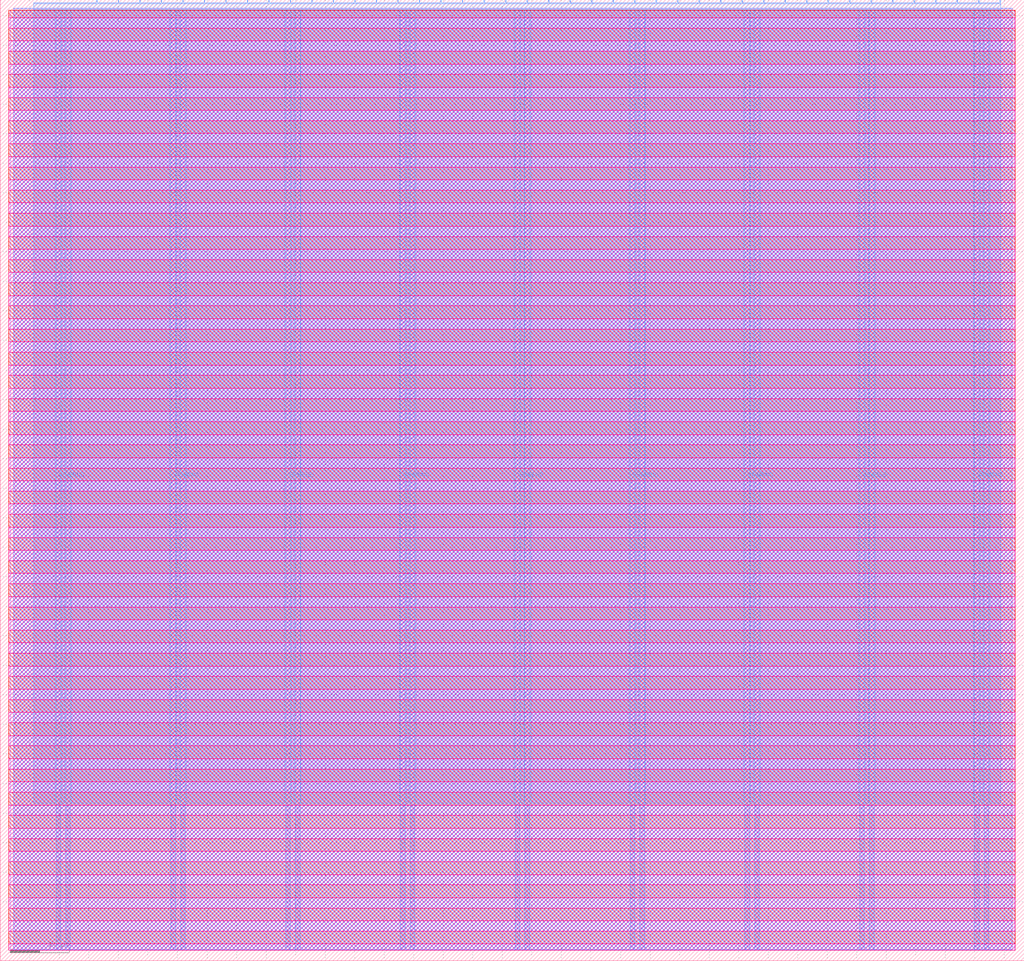
<source format=lef>
VERSION 5.7 ;
  NOWIREEXTENSIONATPIN ON ;
  DIVIDERCHAR "/" ;
  BUSBITCHARS "[]" ;
MACRO tt_um_htfab_rotfpga2
  CLASS BLOCK ;
  FOREIGN tt_um_htfab_rotfpga2 ;
  ORIGIN 0.000 0.000 ;
  SIZE 346.640 BY 325.360 ;
  PIN VGND
    DIRECTION INOUT ;
    USE GROUND ;
    PORT
      LAYER Metal4 ;
        RECT 22.180 3.620 23.780 321.740 ;
    END
    PORT
      LAYER Metal4 ;
        RECT 61.050 3.620 62.650 321.740 ;
    END
    PORT
      LAYER Metal4 ;
        RECT 99.920 3.620 101.520 321.740 ;
    END
    PORT
      LAYER Metal4 ;
        RECT 138.790 3.620 140.390 321.740 ;
    END
    PORT
      LAYER Metal4 ;
        RECT 177.660 3.620 179.260 321.740 ;
    END
    PORT
      LAYER Metal4 ;
        RECT 216.530 3.620 218.130 321.740 ;
    END
    PORT
      LAYER Metal4 ;
        RECT 255.400 3.620 257.000 321.740 ;
    END
    PORT
      LAYER Metal4 ;
        RECT 294.270 3.620 295.870 321.740 ;
    END
    PORT
      LAYER Metal4 ;
        RECT 333.140 3.620 334.740 321.740 ;
    END
  END VGND
  PIN VPWR
    DIRECTION INOUT ;
    USE POWER ;
    PORT
      LAYER Metal4 ;
        RECT 18.880 3.620 20.480 321.740 ;
    END
    PORT
      LAYER Metal4 ;
        RECT 57.750 3.620 59.350 321.740 ;
    END
    PORT
      LAYER Metal4 ;
        RECT 96.620 3.620 98.220 321.740 ;
    END
    PORT
      LAYER Metal4 ;
        RECT 135.490 3.620 137.090 321.740 ;
    END
    PORT
      LAYER Metal4 ;
        RECT 174.360 3.620 175.960 321.740 ;
    END
    PORT
      LAYER Metal4 ;
        RECT 213.230 3.620 214.830 321.740 ;
    END
    PORT
      LAYER Metal4 ;
        RECT 252.100 3.620 253.700 321.740 ;
    END
    PORT
      LAYER Metal4 ;
        RECT 290.970 3.620 292.570 321.740 ;
    END
    PORT
      LAYER Metal4 ;
        RECT 329.840 3.620 331.440 321.740 ;
    END
  END VPWR
  PIN clk
    DIRECTION INPUT ;
    USE SIGNAL ;
    ANTENNAGATEAREA 4.738000 ;
    PORT
      LAYER Metal4 ;
        RECT 331.090 324.360 331.390 325.360 ;
    END
  END clk
  PIN ena
    DIRECTION INPUT ;
    USE SIGNAL ;
    PORT
      LAYER Metal4 ;
        RECT 338.370 324.360 338.670 325.360 ;
    END
  END ena
  PIN rst_n
    DIRECTION INPUT ;
    USE SIGNAL ;
    ANTENNAGATEAREA 0.726000 ;
    PORT
      LAYER Metal4 ;
        RECT 323.810 324.360 324.110 325.360 ;
    END
  END rst_n
  PIN ui_in[0]
    DIRECTION INPUT ;
    USE SIGNAL ;
    ANTENNAGATEAREA 0.396000 ;
    PORT
      LAYER Metal4 ;
        RECT 316.530 324.360 316.830 325.360 ;
    END
  END ui_in[0]
  PIN ui_in[1]
    DIRECTION INPUT ;
    USE SIGNAL ;
    ANTENNAGATEAREA 0.396000 ;
    PORT
      LAYER Metal4 ;
        RECT 309.250 324.360 309.550 325.360 ;
    END
  END ui_in[1]
  PIN ui_in[2]
    DIRECTION INPUT ;
    USE SIGNAL ;
    ANTENNAGATEAREA 0.396000 ;
    PORT
      LAYER Metal4 ;
        RECT 301.970 324.360 302.270 325.360 ;
    END
  END ui_in[2]
  PIN ui_in[3]
    DIRECTION INPUT ;
    USE SIGNAL ;
    ANTENNAGATEAREA 0.396000 ;
    PORT
      LAYER Metal4 ;
        RECT 294.690 324.360 294.990 325.360 ;
    END
  END ui_in[3]
  PIN ui_in[4]
    DIRECTION INPUT ;
    USE SIGNAL ;
    ANTENNAGATEAREA 0.396000 ;
    PORT
      LAYER Metal4 ;
        RECT 287.410 324.360 287.710 325.360 ;
    END
  END ui_in[4]
  PIN ui_in[5]
    DIRECTION INPUT ;
    USE SIGNAL ;
    ANTENNAGATEAREA 0.396000 ;
    PORT
      LAYER Metal4 ;
        RECT 280.130 324.360 280.430 325.360 ;
    END
  END ui_in[5]
  PIN ui_in[6]
    DIRECTION INPUT ;
    USE SIGNAL ;
    ANTENNAGATEAREA 0.396000 ;
    PORT
      LAYER Metal4 ;
        RECT 272.850 324.360 273.150 325.360 ;
    END
  END ui_in[6]
  PIN ui_in[7]
    DIRECTION INPUT ;
    USE SIGNAL ;
    ANTENNAGATEAREA 0.396000 ;
    PORT
      LAYER Metal4 ;
        RECT 265.570 324.360 265.870 325.360 ;
    END
  END ui_in[7]
  PIN uio_in[0]
    DIRECTION INPUT ;
    USE SIGNAL ;
    ANTENNAGATEAREA 1.102000 ;
    PORT
      LAYER Metal4 ;
        RECT 258.290 324.360 258.590 325.360 ;
    END
  END uio_in[0]
  PIN uio_in[1]
    DIRECTION INPUT ;
    USE SIGNAL ;
    ANTENNAGATEAREA 0.396000 ;
    PORT
      LAYER Metal4 ;
        RECT 251.010 324.360 251.310 325.360 ;
    END
  END uio_in[1]
  PIN uio_in[2]
    DIRECTION INPUT ;
    USE SIGNAL ;
    ANTENNAGATEAREA 0.396000 ;
    PORT
      LAYER Metal4 ;
        RECT 243.730 324.360 244.030 325.360 ;
    END
  END uio_in[2]
  PIN uio_in[3]
    DIRECTION INPUT ;
    USE SIGNAL ;
    ANTENNAGATEAREA 0.396000 ;
    PORT
      LAYER Metal4 ;
        RECT 236.450 324.360 236.750 325.360 ;
    END
  END uio_in[3]
  PIN uio_in[4]
    DIRECTION INPUT ;
    USE SIGNAL ;
    ANTENNAGATEAREA 0.396000 ;
    PORT
      LAYER Metal4 ;
        RECT 229.170 324.360 229.470 325.360 ;
    END
  END uio_in[4]
  PIN uio_in[5]
    DIRECTION INPUT ;
    USE SIGNAL ;
    ANTENNAGATEAREA 1.102000 ;
    PORT
      LAYER Metal4 ;
        RECT 221.890 324.360 222.190 325.360 ;
    END
  END uio_in[5]
  PIN uio_in[6]
    DIRECTION INPUT ;
    USE SIGNAL ;
    ANTENNAGATEAREA 0.396000 ;
    PORT
      LAYER Metal4 ;
        RECT 214.610 324.360 214.910 325.360 ;
    END
  END uio_in[6]
  PIN uio_in[7]
    DIRECTION INPUT ;
    USE SIGNAL ;
    PORT
      LAYER Metal4 ;
        RECT 207.330 324.360 207.630 325.360 ;
    END
  END uio_in[7]
  PIN uio_oe[0]
    DIRECTION OUTPUT ;
    USE SIGNAL ;
    ANTENNADIFFAREA 0.360800 ;
    PORT
      LAYER Metal4 ;
        RECT 83.570 324.360 83.870 325.360 ;
    END
  END uio_oe[0]
  PIN uio_oe[1]
    DIRECTION OUTPUT ;
    USE SIGNAL ;
    ANTENNADIFFAREA 0.360800 ;
    PORT
      LAYER Metal4 ;
        RECT 76.290 324.360 76.590 325.360 ;
    END
  END uio_oe[1]
  PIN uio_oe[2]
    DIRECTION OUTPUT ;
    USE SIGNAL ;
    ANTENNADIFFAREA 0.360800 ;
    PORT
      LAYER Metal4 ;
        RECT 69.010 324.360 69.310 325.360 ;
    END
  END uio_oe[2]
  PIN uio_oe[3]
    DIRECTION OUTPUT ;
    USE SIGNAL ;
    ANTENNADIFFAREA 0.360800 ;
    PORT
      LAYER Metal4 ;
        RECT 61.730 324.360 62.030 325.360 ;
    END
  END uio_oe[3]
  PIN uio_oe[4]
    DIRECTION OUTPUT ;
    USE SIGNAL ;
    ANTENNADIFFAREA 0.360800 ;
    PORT
      LAYER Metal4 ;
        RECT 54.450 324.360 54.750 325.360 ;
    END
  END uio_oe[4]
  PIN uio_oe[5]
    DIRECTION OUTPUT ;
    USE SIGNAL ;
    ANTENNADIFFAREA 0.360800 ;
    PORT
      LAYER Metal4 ;
        RECT 47.170 324.360 47.470 325.360 ;
    END
  END uio_oe[5]
  PIN uio_oe[6]
    DIRECTION OUTPUT ;
    USE SIGNAL ;
    ANTENNADIFFAREA 0.360800 ;
    PORT
      LAYER Metal4 ;
        RECT 39.890 324.360 40.190 325.360 ;
    END
  END uio_oe[6]
  PIN uio_oe[7]
    DIRECTION OUTPUT ;
    USE SIGNAL ;
    ANTENNADIFFAREA 0.536800 ;
    PORT
      LAYER Metal4 ;
        RECT 32.610 324.360 32.910 325.360 ;
    END
  END uio_oe[7]
  PIN uio_out[0]
    DIRECTION OUTPUT ;
    USE SIGNAL ;
    ANTENNADIFFAREA 0.360800 ;
    PORT
      LAYER Metal4 ;
        RECT 141.810 324.360 142.110 325.360 ;
    END
  END uio_out[0]
  PIN uio_out[1]
    DIRECTION OUTPUT ;
    USE SIGNAL ;
    ANTENNADIFFAREA 0.360800 ;
    PORT
      LAYER Metal4 ;
        RECT 134.530 324.360 134.830 325.360 ;
    END
  END uio_out[1]
  PIN uio_out[2]
    DIRECTION OUTPUT ;
    USE SIGNAL ;
    ANTENNADIFFAREA 0.360800 ;
    PORT
      LAYER Metal4 ;
        RECT 127.250 324.360 127.550 325.360 ;
    END
  END uio_out[2]
  PIN uio_out[3]
    DIRECTION OUTPUT ;
    USE SIGNAL ;
    ANTENNADIFFAREA 0.360800 ;
    PORT
      LAYER Metal4 ;
        RECT 119.970 324.360 120.270 325.360 ;
    END
  END uio_out[3]
  PIN uio_out[4]
    DIRECTION OUTPUT ;
    USE SIGNAL ;
    ANTENNADIFFAREA 0.360800 ;
    PORT
      LAYER Metal4 ;
        RECT 112.690 324.360 112.990 325.360 ;
    END
  END uio_out[4]
  PIN uio_out[5]
    DIRECTION OUTPUT ;
    USE SIGNAL ;
    ANTENNADIFFAREA 0.360800 ;
    PORT
      LAYER Metal4 ;
        RECT 105.410 324.360 105.710 325.360 ;
    END
  END uio_out[5]
  PIN uio_out[6]
    DIRECTION OUTPUT ;
    USE SIGNAL ;
    ANTENNADIFFAREA 0.360800 ;
    PORT
      LAYER Metal4 ;
        RECT 98.130 324.360 98.430 325.360 ;
    END
  END uio_out[6]
  PIN uio_out[7]
    DIRECTION OUTPUT ;
    USE SIGNAL ;
    ANTENNADIFFAREA 2.080400 ;
    PORT
      LAYER Metal4 ;
        RECT 90.850 324.360 91.150 325.360 ;
    END
  END uio_out[7]
  PIN uo_out[0]
    DIRECTION OUTPUT ;
    USE SIGNAL ;
    ANTENNADIFFAREA 1.986000 ;
    PORT
      LAYER Metal4 ;
        RECT 200.050 324.360 200.350 325.360 ;
    END
  END uo_out[0]
  PIN uo_out[1]
    DIRECTION OUTPUT ;
    USE SIGNAL ;
    ANTENNADIFFAREA 1.986000 ;
    PORT
      LAYER Metal4 ;
        RECT 192.770 324.360 193.070 325.360 ;
    END
  END uo_out[1]
  PIN uo_out[2]
    DIRECTION OUTPUT ;
    USE SIGNAL ;
    ANTENNADIFFAREA 1.986000 ;
    PORT
      LAYER Metal4 ;
        RECT 185.490 324.360 185.790 325.360 ;
    END
  END uo_out[2]
  PIN uo_out[3]
    DIRECTION OUTPUT ;
    USE SIGNAL ;
    ANTENNADIFFAREA 1.986000 ;
    PORT
      LAYER Metal4 ;
        RECT 178.210 324.360 178.510 325.360 ;
    END
  END uo_out[3]
  PIN uo_out[4]
    DIRECTION OUTPUT ;
    USE SIGNAL ;
    ANTENNADIFFAREA 2.080400 ;
    PORT
      LAYER Metal4 ;
        RECT 170.930 324.360 171.230 325.360 ;
    END
  END uo_out[4]
  PIN uo_out[5]
    DIRECTION OUTPUT ;
    USE SIGNAL ;
    ANTENNADIFFAREA 1.986000 ;
    PORT
      LAYER Metal4 ;
        RECT 163.650 324.360 163.950 325.360 ;
    END
  END uo_out[5]
  PIN uo_out[6]
    DIRECTION OUTPUT ;
    USE SIGNAL ;
    ANTENNADIFFAREA 1.986000 ;
    PORT
      LAYER Metal4 ;
        RECT 156.370 324.360 156.670 325.360 ;
    END
  END uo_out[6]
  PIN uo_out[7]
    DIRECTION OUTPUT ;
    USE SIGNAL ;
    ANTENNADIFFAREA 1.986000 ;
    PORT
      LAYER Metal4 ;
        RECT 149.090 324.360 149.390 325.360 ;
    END
  END uo_out[7]
  OBS
      LAYER Nwell ;
        RECT 2.930 319.280 343.710 321.870 ;
      LAYER Pwell ;
        RECT 2.930 315.760 343.710 319.280 ;
      LAYER Nwell ;
        RECT 2.930 311.440 343.710 315.760 ;
      LAYER Pwell ;
        RECT 2.930 307.920 343.710 311.440 ;
      LAYER Nwell ;
        RECT 2.930 303.600 343.710 307.920 ;
      LAYER Pwell ;
        RECT 2.930 300.080 343.710 303.600 ;
      LAYER Nwell ;
        RECT 2.930 295.760 343.710 300.080 ;
      LAYER Pwell ;
        RECT 2.930 292.240 343.710 295.760 ;
      LAYER Nwell ;
        RECT 2.930 287.920 343.710 292.240 ;
      LAYER Pwell ;
        RECT 2.930 284.400 343.710 287.920 ;
      LAYER Nwell ;
        RECT 2.930 280.080 343.710 284.400 ;
      LAYER Pwell ;
        RECT 2.930 276.560 343.710 280.080 ;
      LAYER Nwell ;
        RECT 2.930 272.240 343.710 276.560 ;
      LAYER Pwell ;
        RECT 2.930 268.720 343.710 272.240 ;
      LAYER Nwell ;
        RECT 2.930 264.400 343.710 268.720 ;
      LAYER Pwell ;
        RECT 2.930 260.880 343.710 264.400 ;
      LAYER Nwell ;
        RECT 2.930 256.560 343.710 260.880 ;
      LAYER Pwell ;
        RECT 2.930 253.040 343.710 256.560 ;
      LAYER Nwell ;
        RECT 2.930 248.720 343.710 253.040 ;
      LAYER Pwell ;
        RECT 2.930 245.200 343.710 248.720 ;
      LAYER Nwell ;
        RECT 2.930 240.880 343.710 245.200 ;
      LAYER Pwell ;
        RECT 2.930 237.360 343.710 240.880 ;
      LAYER Nwell ;
        RECT 2.930 233.040 343.710 237.360 ;
      LAYER Pwell ;
        RECT 2.930 229.520 343.710 233.040 ;
      LAYER Nwell ;
        RECT 2.930 225.200 343.710 229.520 ;
      LAYER Pwell ;
        RECT 2.930 221.680 343.710 225.200 ;
      LAYER Nwell ;
        RECT 2.930 217.360 343.710 221.680 ;
      LAYER Pwell ;
        RECT 2.930 213.840 343.710 217.360 ;
      LAYER Nwell ;
        RECT 2.930 209.520 343.710 213.840 ;
      LAYER Pwell ;
        RECT 2.930 206.000 343.710 209.520 ;
      LAYER Nwell ;
        RECT 2.930 201.680 343.710 206.000 ;
      LAYER Pwell ;
        RECT 2.930 198.160 343.710 201.680 ;
      LAYER Nwell ;
        RECT 2.930 193.840 343.710 198.160 ;
      LAYER Pwell ;
        RECT 2.930 190.320 343.710 193.840 ;
      LAYER Nwell ;
        RECT 2.930 186.000 343.710 190.320 ;
      LAYER Pwell ;
        RECT 2.930 182.480 343.710 186.000 ;
      LAYER Nwell ;
        RECT 2.930 178.160 343.710 182.480 ;
      LAYER Pwell ;
        RECT 2.930 174.640 343.710 178.160 ;
      LAYER Nwell ;
        RECT 2.930 170.320 343.710 174.640 ;
      LAYER Pwell ;
        RECT 2.930 166.800 343.710 170.320 ;
      LAYER Nwell ;
        RECT 2.930 162.480 343.710 166.800 ;
      LAYER Pwell ;
        RECT 2.930 158.960 343.710 162.480 ;
      LAYER Nwell ;
        RECT 2.930 154.640 343.710 158.960 ;
      LAYER Pwell ;
        RECT 2.930 151.120 343.710 154.640 ;
      LAYER Nwell ;
        RECT 2.930 146.800 343.710 151.120 ;
      LAYER Pwell ;
        RECT 2.930 143.280 343.710 146.800 ;
      LAYER Nwell ;
        RECT 2.930 138.960 343.710 143.280 ;
      LAYER Pwell ;
        RECT 2.930 135.440 343.710 138.960 ;
      LAYER Nwell ;
        RECT 2.930 131.120 343.710 135.440 ;
      LAYER Pwell ;
        RECT 2.930 127.600 343.710 131.120 ;
      LAYER Nwell ;
        RECT 2.930 123.280 343.710 127.600 ;
      LAYER Pwell ;
        RECT 2.930 119.760 343.710 123.280 ;
      LAYER Nwell ;
        RECT 2.930 115.440 343.710 119.760 ;
      LAYER Pwell ;
        RECT 2.930 111.920 343.710 115.440 ;
      LAYER Nwell ;
        RECT 2.930 107.600 343.710 111.920 ;
      LAYER Pwell ;
        RECT 2.930 104.080 343.710 107.600 ;
      LAYER Nwell ;
        RECT 2.930 99.760 343.710 104.080 ;
      LAYER Pwell ;
        RECT 2.930 96.240 343.710 99.760 ;
      LAYER Nwell ;
        RECT 2.930 91.920 343.710 96.240 ;
      LAYER Pwell ;
        RECT 2.930 88.400 343.710 91.920 ;
      LAYER Nwell ;
        RECT 2.930 84.080 343.710 88.400 ;
      LAYER Pwell ;
        RECT 2.930 80.560 343.710 84.080 ;
      LAYER Nwell ;
        RECT 2.930 76.240 343.710 80.560 ;
      LAYER Pwell ;
        RECT 2.930 72.720 343.710 76.240 ;
      LAYER Nwell ;
        RECT 2.930 68.400 343.710 72.720 ;
      LAYER Pwell ;
        RECT 2.930 64.880 343.710 68.400 ;
      LAYER Nwell ;
        RECT 2.930 60.560 343.710 64.880 ;
      LAYER Pwell ;
        RECT 2.930 57.040 343.710 60.560 ;
      LAYER Nwell ;
        RECT 2.930 52.720 343.710 57.040 ;
      LAYER Pwell ;
        RECT 2.930 49.200 343.710 52.720 ;
      LAYER Nwell ;
        RECT 2.930 44.880 343.710 49.200 ;
      LAYER Pwell ;
        RECT 2.930 41.360 343.710 44.880 ;
      LAYER Nwell ;
        RECT 2.930 37.040 343.710 41.360 ;
      LAYER Pwell ;
        RECT 2.930 33.520 343.710 37.040 ;
      LAYER Nwell ;
        RECT 2.930 29.200 343.710 33.520 ;
      LAYER Pwell ;
        RECT 2.930 25.680 343.710 29.200 ;
      LAYER Nwell ;
        RECT 2.930 21.360 343.710 25.680 ;
      LAYER Pwell ;
        RECT 2.930 17.840 343.710 21.360 ;
      LAYER Nwell ;
        RECT 2.930 13.520 343.710 17.840 ;
      LAYER Pwell ;
        RECT 2.930 10.000 343.710 13.520 ;
      LAYER Nwell ;
        RECT 2.930 5.680 343.710 10.000 ;
      LAYER Pwell ;
        RECT 2.930 3.490 343.710 5.680 ;
      LAYER Metal1 ;
        RECT 3.360 3.620 343.280 321.740 ;
      LAYER Metal2 ;
        RECT 4.620 3.730 342.580 322.470 ;
      LAYER Metal3 ;
        RECT 4.570 3.780 342.630 322.420 ;
      LAYER Metal4 ;
        RECT 11.340 324.060 32.310 324.360 ;
        RECT 33.210 324.060 39.590 324.360 ;
        RECT 40.490 324.060 46.870 324.360 ;
        RECT 47.770 324.060 54.150 324.360 ;
        RECT 55.050 324.060 61.430 324.360 ;
        RECT 62.330 324.060 68.710 324.360 ;
        RECT 69.610 324.060 75.990 324.360 ;
        RECT 76.890 324.060 83.270 324.360 ;
        RECT 84.170 324.060 90.550 324.360 ;
        RECT 91.450 324.060 97.830 324.360 ;
        RECT 98.730 324.060 105.110 324.360 ;
        RECT 106.010 324.060 112.390 324.360 ;
        RECT 113.290 324.060 119.670 324.360 ;
        RECT 120.570 324.060 126.950 324.360 ;
        RECT 127.850 324.060 134.230 324.360 ;
        RECT 135.130 324.060 141.510 324.360 ;
        RECT 142.410 324.060 148.790 324.360 ;
        RECT 149.690 324.060 156.070 324.360 ;
        RECT 156.970 324.060 163.350 324.360 ;
        RECT 164.250 324.060 170.630 324.360 ;
        RECT 171.530 324.060 177.910 324.360 ;
        RECT 178.810 324.060 185.190 324.360 ;
        RECT 186.090 324.060 192.470 324.360 ;
        RECT 193.370 324.060 199.750 324.360 ;
        RECT 200.650 324.060 207.030 324.360 ;
        RECT 207.930 324.060 214.310 324.360 ;
        RECT 215.210 324.060 221.590 324.360 ;
        RECT 222.490 324.060 228.870 324.360 ;
        RECT 229.770 324.060 236.150 324.360 ;
        RECT 237.050 324.060 243.430 324.360 ;
        RECT 244.330 324.060 250.710 324.360 ;
        RECT 251.610 324.060 257.990 324.360 ;
        RECT 258.890 324.060 265.270 324.360 ;
        RECT 266.170 324.060 272.550 324.360 ;
        RECT 273.450 324.060 279.830 324.360 ;
        RECT 280.730 324.060 287.110 324.360 ;
        RECT 288.010 324.060 294.390 324.360 ;
        RECT 295.290 324.060 301.670 324.360 ;
        RECT 302.570 324.060 308.950 324.360 ;
        RECT 309.850 324.060 316.230 324.360 ;
        RECT 317.130 324.060 323.510 324.360 ;
        RECT 324.410 324.060 330.790 324.360 ;
        RECT 331.690 324.060 338.070 324.360 ;
        RECT 11.340 322.040 338.660 324.060 ;
        RECT 11.340 53.290 18.580 322.040 ;
        RECT 20.780 53.290 21.880 322.040 ;
        RECT 24.080 53.290 57.450 322.040 ;
        RECT 59.650 53.290 60.750 322.040 ;
        RECT 62.950 53.290 96.320 322.040 ;
        RECT 98.520 53.290 99.620 322.040 ;
        RECT 101.820 53.290 135.190 322.040 ;
        RECT 137.390 53.290 138.490 322.040 ;
        RECT 140.690 53.290 174.060 322.040 ;
        RECT 176.260 53.290 177.360 322.040 ;
        RECT 179.560 53.290 212.930 322.040 ;
        RECT 215.130 53.290 216.230 322.040 ;
        RECT 218.430 53.290 251.800 322.040 ;
        RECT 254.000 53.290 255.100 322.040 ;
        RECT 257.300 53.290 290.670 322.040 ;
        RECT 292.870 53.290 293.970 322.040 ;
        RECT 296.170 53.290 329.540 322.040 ;
        RECT 331.740 53.290 332.840 322.040 ;
        RECT 335.040 53.290 338.660 322.040 ;
  END
END tt_um_htfab_rotfpga2
END LIBRARY


</source>
